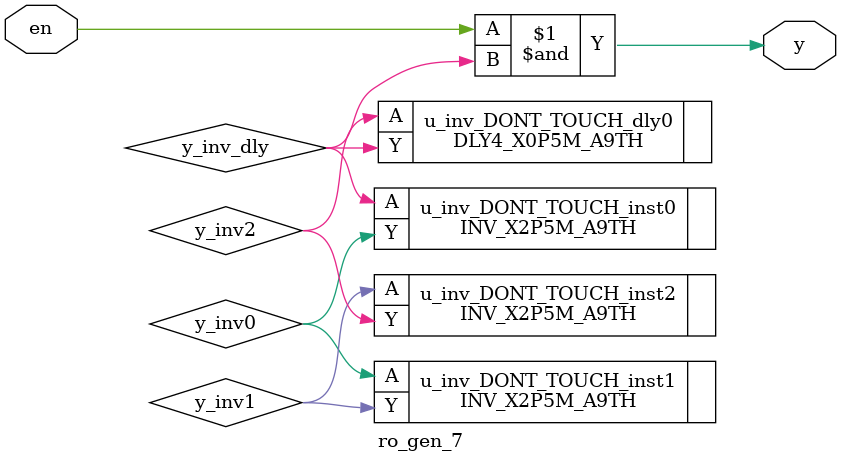
<source format=v>
module ro_gen_0 (
  input  wire en,
  output wire y
);


INV_X2P5M_A9TH  u_inv_DONT_TOUCH_inst0 (.A (y_inv_dly), .Y(y_inv0));
INV_X2P5M_A9TH  u_inv_DONT_TOUCH_inst1 (.A (y_inv0),    .Y(y_inv1));
INV_X2P5M_A9TH  u_inv_DONT_TOUCH_inst2 (.A (y_inv1),    .Y(y_inv2));
DLY4_X0P5M_A9TH u_inv_DONT_TOUCH_dly0  (.A (y_inv2),    .Y(y_inv_dly));
assign y = en & y_inv_dly;
//A2ISO_X2M_A9TH u_iso_DONT_TOUCH_inst ( .A (y_inv_dly), .EN (en), .Y (y));

endmodule

module ro_gen_1 (
  input  wire en,
  output wire y
);


INV_X2P5M_A9TH  u_inv_DONT_TOUCH_inst0 (.A (y_inv_dly), .Y(y_inv0));
INV_X2P5M_A9TH  u_inv_DONT_TOUCH_inst1 (.A (y_inv0),    .Y(y_inv1));
INV_X2P5M_A9TH  u_inv_DONT_TOUCH_inst2 (.A (y_inv1),    .Y(y_inv2));
DLY4_X0P5M_A9TH u_inv_DONT_TOUCH_dly0  (.A (y_inv2),    .Y(y_inv_dly));
assign y = en & y_inv_dly;
//A2ISO_X2M_A9TH u_iso_DONT_TOUCH_inst ( .A (y_inv_dly), .EN (en), .Y (y));

endmodule

module ro_gen_2 (
  input  wire en,
  output wire y
);


INV_X2P5M_A9TH  u_inv_DONT_TOUCH_inst0 (.A (y_inv_dly), .Y(y_inv0));
INV_X2P5M_A9TH  u_inv_DONT_TOUCH_inst1 (.A (y_inv0),    .Y(y_inv1));
INV_X2P5M_A9TH  u_inv_DONT_TOUCH_inst2 (.A (y_inv1),    .Y(y_inv2));
DLY4_X0P5M_A9TH u_inv_DONT_TOUCH_dly0  (.A (y_inv2),    .Y(y_inv_dly));
assign y = en & y_inv_dly;
//A2ISO_X2M_A9TH u_iso_DONT_TOUCH_inst ( .A (y_inv_dly), .EN (en), .Y (y));

endmodule

module ro_gen_3 (
  input  wire en,
  output wire y
);


INV_X2P5M_A9TH  u_inv_DONT_TOUCH_inst0 (.A (y_inv_dly), .Y(y_inv0));
INV_X2P5M_A9TH  u_inv_DONT_TOUCH_inst1 (.A (y_inv0),    .Y(y_inv1));
INV_X2P5M_A9TH  u_inv_DONT_TOUCH_inst2 (.A (y_inv1),    .Y(y_inv2));
DLY4_X0P5M_A9TH u_inv_DONT_TOUCH_dly0  (.A (y_inv2),    .Y(y_inv_dly));
assign y = en & y_inv_dly;
//A2ISO_X2M_A9TH u_iso_DONT_TOUCH_inst ( .A (y_inv_dly), .EN (en), .Y (y));

endmodule

module ro_gen_4 (
  input  wire en,
  output wire y
);


INV_X2P5M_A9TH  u_inv_DONT_TOUCH_inst0 (.A (y_inv_dly), .Y(y_inv0));
INV_X2P5M_A9TH  u_inv_DONT_TOUCH_inst1 (.A (y_inv0),    .Y(y_inv1));
INV_X2P5M_A9TH  u_inv_DONT_TOUCH_inst2 (.A (y_inv1),    .Y(y_inv2));
DLY4_X0P5M_A9TH u_inv_DONT_TOUCH_dly0  (.A (y_inv2),    .Y(y_inv_dly));
assign y = en & y_inv_dly;
//A2ISO_X2M_A9TH u_iso_DONT_TOUCH_inst ( .A (y_inv_dly), .EN (en), .Y (y));

endmodule

module ro_gen_5 (
  input  wire en,
  output wire y
);


INV_X2P5M_A9TH  u_inv_DONT_TOUCH_inst0 (.A (y_inv_dly), .Y(y_inv0));
INV_X2P5M_A9TH  u_inv_DONT_TOUCH_inst1 (.A (y_inv0),    .Y(y_inv1));
INV_X2P5M_A9TH  u_inv_DONT_TOUCH_inst2 (.A (y_inv1),    .Y(y_inv2));
DLY4_X0P5M_A9TH u_inv_DONT_TOUCH_dly0  (.A (y_inv2),    .Y(y_inv_dly));
assign y = en & y_inv_dly;
//A2ISO_X2M_A9TH u_iso_DONT_TOUCH_inst ( .A (y_inv_dly), .EN (en), .Y (y));

endmodule

module ro_gen_6 (
  input  wire en,
  output wire y
);


INV_X2P5M_A9TH  u_inv_DONT_TOUCH_inst0 (.A (y_inv_dly), .Y(y_inv0));
INV_X2P5M_A9TH  u_inv_DONT_TOUCH_inst1 (.A (y_inv0),    .Y(y_inv1));
INV_X2P5M_A9TH  u_inv_DONT_TOUCH_inst2 (.A (y_inv1),    .Y(y_inv2));
DLY4_X0P5M_A9TH u_inv_DONT_TOUCH_dly0  (.A (y_inv2),    .Y(y_inv_dly));
assign y = en & y_inv_dly;
//A2ISO_X2M_A9TH u_iso_DONT_TOUCH_inst ( .A (y_inv_dly), .EN (en), .Y (y));

endmodule

module ro_gen_7 (
  input  wire en,
  output wire y
);


INV_X2P5M_A9TH  u_inv_DONT_TOUCH_inst0 (.A (y_inv_dly), .Y(y_inv0));
INV_X2P5M_A9TH  u_inv_DONT_TOUCH_inst1 (.A (y_inv0),    .Y(y_inv1));
INV_X2P5M_A9TH  u_inv_DONT_TOUCH_inst2 (.A (y_inv1),    .Y(y_inv2));
DLY4_X0P5M_A9TH u_inv_DONT_TOUCH_dly0  (.A (y_inv2),    .Y(y_inv_dly));
assign y = en & y_inv_dly;
//A2ISO_X2M_A9TH u_iso_DONT_TOUCH_inst ( .A (y_inv_dly), .EN (en), .Y (y));

endmodule


</source>
